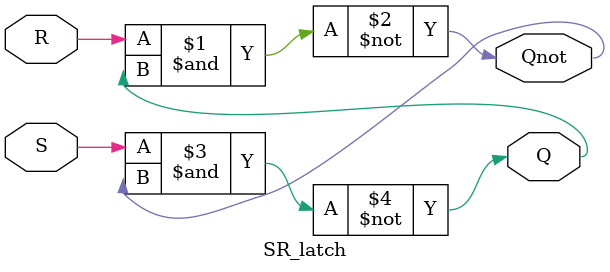
<source format=v>
module SR_latch(R,S,Q,Qnot);
  input  R, S;
  output Q, Qnot;  
  nand(Qnot, R, Q); 
  nand(Q, S, Qnot); 
endmodule

</source>
